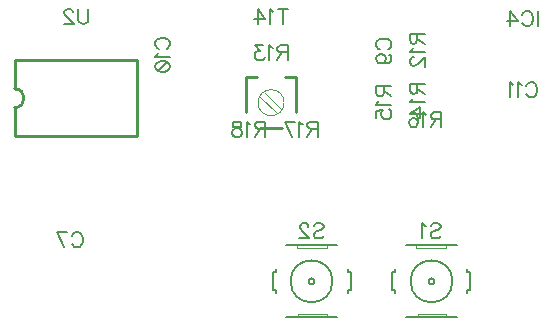
<source format=gbr>
G04 DipTrace 3.0.0.1*
G04 BottomSilk.gbr*
%MOIN*%
G04 #@! TF.FileFunction,Legend,Bot*
G04 #@! TF.Part,Single*
%ADD10C,0.009843*%
%ADD21C,0.004*%
%ADD23C,0.006*%
%ADD25C,0.002*%
%ADD27C,0.01*%
%ADD116C,0.00772*%
%FSLAX26Y26*%
G04*
G70*
G90*
G75*
G01*
G04 BotSilk*
%LPD*%
X2912901Y1687642D2*
D21*
G02X2912901Y1687642I43309J0D01*
G01*
X2871560Y1656154D2*
D27*
Y1772280D1*
X2908965D1*
X3003454D2*
X3040860D1*
Y1656154D1*
X2918804Y1603004D2*
X2993616D1*
X2975887Y1652209D2*
D21*
X2920772Y1707319D1*
X2989680Y1665980D2*
X2934565Y1721114D1*
X3421065Y1092118D2*
D23*
G02X3421065Y1092118I69993J0D01*
G01*
X3481043D2*
G02X3481043Y1092118I10015J0D01*
G01*
X3361049Y1062118D2*
X3371064D1*
X3361049D2*
Y1122118D1*
X3371064D2*
X3361049D1*
X3621066D2*
X3611051D1*
X3621066D2*
Y1062118D1*
X3611051D2*
X3621066D1*
X3541058Y1212118D2*
D25*
Y1202110D1*
X3441057D2*
X3541058D1*
X3441057D2*
Y1212118D1*
X3446046Y982126D2*
X3541058D1*
X3446046D2*
Y972118D1*
X3541058Y982126D2*
Y972118D1*
X3576055D2*
D23*
X3541058D1*
X3406061Y1212118D2*
X3441057D1*
X3541058D1*
X3576055D1*
X3541058Y972118D2*
X3446046D1*
X3406061D1*
X3371064Y1062118D2*
Y1052110D1*
Y1122118D2*
Y1132126D1*
X3611051Y1062118D2*
Y1052110D1*
Y1122118D2*
Y1132126D1*
X3021107Y1092118D2*
G02X3021107Y1092118I69993J0D01*
G01*
X3081085D2*
G02X3081085Y1092118I10015J0D01*
G01*
X2961091Y1062118D2*
X2971106D1*
X2961091D2*
Y1122118D1*
X2971106D2*
X2961091D1*
X3221108D2*
X3211093D1*
X3221108D2*
Y1062118D1*
X3211093D2*
X3221108D1*
X3141100Y1212118D2*
D25*
Y1202110D1*
X3041099D2*
X3141100D1*
X3041099D2*
Y1212118D1*
X3046088Y982126D2*
X3141100D1*
X3046088D2*
Y972118D1*
X3141100Y982126D2*
Y972118D1*
X3176097D2*
D23*
X3141100D1*
X3006103Y1212118D2*
X3041099D1*
X3141100D1*
X3176097D1*
X3141100Y972118D2*
X3046088D1*
X3006103D1*
X2971106Y1062118D2*
Y1052110D1*
Y1122118D2*
Y1132126D1*
X3211093Y1062118D2*
Y1052110D1*
Y1122118D2*
Y1132126D1*
X2101487Y1828586D2*
D10*
X2510933D1*
X2101487Y1576619D2*
X2510933D1*
Y1828586D2*
Y1576619D1*
X2101487Y1828586D2*
Y1734109D1*
Y1671095D2*
Y1576619D1*
Y1734109D2*
G02X2101487Y1671095I-21J-31507D01*
G01*
X2292261Y1243608D2*
D116*
X2294638Y1248361D1*
X2299446Y1253169D1*
X2304199Y1255546D1*
X2313761D1*
X2318569Y1253169D1*
X2323322Y1248361D1*
X2325754Y1243608D1*
X2328131Y1236423D1*
Y1224429D1*
X2325754Y1217299D1*
X2323322Y1212491D1*
X2318569Y1207738D1*
X2313761Y1205306D1*
X2304199D1*
X2299446Y1207738D1*
X2294638Y1212491D1*
X2292261Y1217299D1*
X2267260Y1205306D2*
X2243328Y1255491D1*
X2276822D1*
X3319093Y1865422D2*
X3314340Y1867798D1*
X3309532Y1872607D1*
X3307155Y1877360D1*
Y1886922D1*
X3309532Y1891730D1*
X3314340Y1896483D1*
X3319093Y1898915D1*
X3326278Y1901292D1*
X3338272D1*
X3345401Y1898915D1*
X3350210Y1896483D1*
X3354963Y1891730D1*
X3357395Y1886922D1*
Y1877360D1*
X3354963Y1872607D1*
X3350210Y1867798D1*
X3345401Y1865422D1*
X3323902Y1818866D2*
X3331087Y1821298D1*
X3335895Y1826051D1*
X3338272Y1833236D1*
Y1835613D1*
X3335895Y1842798D1*
X3331087Y1847551D1*
X3323902Y1849983D1*
X3321525D1*
X3314340Y1847551D1*
X3309587Y1842798D1*
X3307210Y1835613D1*
Y1833236D1*
X3309587Y1826051D1*
X3314340Y1821298D1*
X3323902Y1818866D1*
X3335895D1*
X3347833Y1821298D1*
X3355018Y1826051D1*
X3357395Y1833236D1*
Y1837989D1*
X3355018Y1845174D1*
X3350210Y1847551D1*
X2581671Y1867828D2*
X2576917Y1870204D1*
X2572109Y1875013D1*
X2569732Y1879766D1*
Y1889328D1*
X2572109Y1894136D1*
X2576917Y1898889D1*
X2581671Y1901321D1*
X2588856Y1903698D1*
X2600849D1*
X2607979Y1901321D1*
X2612787Y1898889D1*
X2617540Y1894136D1*
X2619972Y1889328D1*
Y1879766D1*
X2617540Y1875013D1*
X2612787Y1870204D1*
X2607979Y1867828D1*
X2579349Y1852389D2*
X2576917Y1847580D1*
X2569788Y1840395D1*
X2619972D1*
X2569788Y1810586D2*
X2572164Y1817771D1*
X2579349Y1822579D1*
X2591287Y1824956D1*
X2598473D1*
X2610411Y1822579D1*
X2617596Y1817771D1*
X2619972Y1810586D1*
Y1805833D1*
X2617596Y1798648D1*
X2610411Y1793894D1*
X2598472Y1791463D1*
X2591287D1*
X2579349Y1793894D1*
X2572164Y1798648D1*
X2569788Y1805833D1*
Y1810586D1*
X2579349Y1793894D2*
X2610411Y1822579D1*
X3807243Y1743878D2*
X3809620Y1748631D1*
X3814428Y1753440D1*
X3819181Y1755816D1*
X3828743D1*
X3833551Y1753440D1*
X3838305Y1748631D1*
X3840737Y1743878D1*
X3843113Y1736693D1*
Y1724700D1*
X3840737Y1717570D1*
X3838305Y1712761D1*
X3833551Y1708008D1*
X3828743Y1705576D1*
X3819181D1*
X3814428Y1708008D1*
X3809620Y1712761D1*
X3807243Y1717570D1*
X3791804Y1746199D2*
X3786995Y1748631D1*
X3779810Y1755761D1*
Y1705576D1*
X3764371Y1746199D2*
X3759563Y1748631D1*
X3752378Y1755761D1*
Y1705576D1*
X3845019Y1992854D2*
Y1942614D1*
X3793710Y1980916D2*
X3796087Y1985669D1*
X3800895Y1990478D1*
X3805648Y1992854D1*
X3815210D1*
X3820018Y1990478D1*
X3824771Y1985669D1*
X3827203Y1980916D1*
X3829580Y1973731D1*
Y1961738D1*
X3827203Y1954608D1*
X3824771Y1949799D1*
X3820018Y1945046D1*
X3815210Y1942614D1*
X3805648D1*
X3800895Y1945046D1*
X3796087Y1949799D1*
X3793710Y1954608D1*
X3754339Y1942614D2*
Y1992799D1*
X3778271Y1959361D1*
X3742401D1*
X3443218Y1917572D2*
Y1896073D1*
X3440786Y1888888D1*
X3438409Y1886456D1*
X3433656Y1884079D1*
X3428848D1*
X3424095Y1886456D1*
X3421663Y1888888D1*
X3419286Y1896073D1*
Y1917572D1*
X3469526D1*
X3443218Y1900826D2*
X3469526Y1884079D1*
X3428903Y1868640D2*
X3426471Y1863831D1*
X3419341Y1856646D1*
X3469526D1*
X3431280Y1838775D2*
X3428903D1*
X3424095Y1836399D1*
X3421718Y1834022D1*
X3419341Y1829214D1*
Y1819652D1*
X3421718Y1814899D1*
X3424095Y1812522D1*
X3428903Y1810090D1*
X3433656D1*
X3438465Y1812522D1*
X3445594Y1817275D1*
X3469526Y1841207D1*
Y1807714D1*
X3011139Y1855043D2*
X2989639D1*
X2982454Y1857475D1*
X2980023Y1859852D1*
X2977646Y1864605D1*
Y1869413D1*
X2980023Y1874167D1*
X2982454Y1876598D1*
X2989639Y1878975D1*
X3011139D1*
Y1828735D1*
X2994393Y1855043D2*
X2977646Y1828735D1*
X2962207Y1869358D2*
X2957398Y1871790D1*
X2950213Y1878920D1*
Y1828735D1*
X2929966Y1878920D2*
X2903713D1*
X2918027Y1859797D1*
X2910842D1*
X2906089Y1857420D1*
X2903713Y1855043D1*
X2901281Y1847858D1*
Y1843105D1*
X2903713Y1835920D1*
X2908466Y1831112D1*
X2915651Y1828735D1*
X2922836D1*
X2929966Y1831112D1*
X2932342Y1833543D1*
X2934774Y1838297D1*
X3443575Y1749776D2*
Y1728277D1*
X3441143Y1721092D1*
X3438766Y1718660D1*
X3434013Y1716283D1*
X3429205D1*
X3424452Y1718660D1*
X3422020Y1721092D1*
X3419643Y1728277D1*
Y1749776D1*
X3469883D1*
X3443575Y1733030D2*
X3469883Y1716283D1*
X3429260Y1700844D2*
X3426828Y1696035D1*
X3419698Y1688850D1*
X3469883D1*
Y1649479D2*
X3419698Y1649480D1*
X3453136Y1673411D1*
Y1637541D1*
X3331087Y1742150D2*
Y1720650D1*
X3328655Y1713465D1*
X3326278Y1711033D1*
X3321525Y1708657D1*
X3316717D1*
X3311963Y1711033D1*
X3309532Y1713465D1*
X3307155Y1720650D1*
Y1742150D1*
X3357395D1*
X3331087Y1725403D2*
X3357395Y1708656D1*
X3316772Y1693217D2*
X3314340Y1688409D1*
X3307210Y1681224D1*
X3357395D1*
X3307210Y1637100D2*
Y1660976D1*
X3328710Y1663353D1*
X3326333Y1660976D1*
X3323902Y1653791D1*
Y1646661D1*
X3326333Y1639476D1*
X3331087Y1634668D1*
X3338272Y1632291D1*
X3343025D1*
X3350210Y1634668D1*
X3355018Y1639476D1*
X3357395Y1646661D1*
Y1653791D1*
X3355018Y1660976D1*
X3352586Y1663353D1*
X3347833Y1665785D1*
X3522881Y1631572D2*
X3501382D1*
X3494196Y1634004D1*
X3491765Y1636381D1*
X3489388Y1641134D1*
Y1645942D1*
X3491765Y1650695D1*
X3494196Y1653127D1*
X3501382Y1655504D1*
X3522881D1*
Y1605264D1*
X3506135Y1631572D2*
X3489388Y1605264D1*
X3473949Y1645887D2*
X3469140Y1648319D1*
X3461955Y1655449D1*
Y1605264D1*
X3417831Y1648319D2*
X3420208Y1653072D1*
X3427393Y1655449D1*
X3432146D1*
X3439331Y1653072D1*
X3444139Y1645887D1*
X3446516Y1633949D1*
Y1622011D1*
X3444139Y1612449D1*
X3439331Y1607641D1*
X3432146Y1605264D1*
X3429769D1*
X3422640Y1607641D1*
X3417831Y1612449D1*
X3415455Y1619634D1*
Y1622011D1*
X3417831Y1629196D1*
X3422640Y1633949D1*
X3429769Y1636325D1*
X3432146D1*
X3439331Y1633949D1*
X3444139Y1629196D1*
X3446516Y1622011D1*
X3111139Y1600635D2*
X3089639D1*
X3082454Y1603067D1*
X3080023Y1605444D1*
X3077646Y1610197D1*
Y1615005D1*
X3080023Y1619758D1*
X3082454Y1622190D1*
X3089639Y1624567D1*
X3111139D1*
Y1574327D1*
X3094393Y1600635D2*
X3077646Y1574327D1*
X3062207Y1614950D2*
X3057398Y1617382D1*
X3050213Y1624512D1*
Y1574327D1*
X3025212D2*
X3001281Y1624512D1*
X3034774D1*
X2936112Y1600635D2*
X2914612D1*
X2907427Y1603067D1*
X2904995Y1605444D1*
X2902618Y1610197D1*
Y1615005D1*
X2904995Y1619758D1*
X2907427Y1622190D1*
X2914612Y1624567D1*
X2936112D1*
Y1574327D1*
X2919365Y1600635D2*
X2902618Y1574327D1*
X2887179Y1614950D2*
X2882371Y1617382D1*
X2875186Y1624512D1*
Y1574327D1*
X2847808Y1624512D2*
X2854938Y1622135D1*
X2857370Y1617382D1*
Y1612573D1*
X2854938Y1607820D1*
X2850185Y1605388D1*
X2840623Y1603012D1*
X2833438Y1600635D1*
X2828685Y1595827D1*
X2826308Y1591074D1*
Y1583889D1*
X2828685Y1579135D1*
X2831061Y1576703D1*
X2838247Y1574327D1*
X2847808D1*
X2854938Y1576703D1*
X2857370Y1579135D1*
X2859746Y1583889D1*
Y1591074D1*
X2857370Y1595827D1*
X2852561Y1600635D1*
X2845432Y1603012D1*
X2835870Y1605388D1*
X2831061Y1607820D1*
X2828685Y1612573D1*
Y1617382D1*
X2831061Y1622135D1*
X2838247Y1624512D1*
X2847808D1*
X3488027Y1278156D2*
X3492781Y1282965D1*
X3499966Y1285341D1*
X3509527D1*
X3516712Y1282965D1*
X3521521Y1278156D1*
Y1273403D1*
X3519089Y1268595D1*
X3516712Y1266218D1*
X3511959Y1263841D1*
X3497589Y1259033D1*
X3492781Y1256656D1*
X3490404Y1254224D1*
X3488027Y1249471D1*
Y1242286D1*
X3492781Y1237533D1*
X3499966Y1235101D1*
X3509527D1*
X3516712Y1237533D1*
X3521521Y1242286D1*
X3472588Y1275724D2*
X3467780Y1278156D1*
X3460595Y1285286D1*
Y1235101D1*
X3098819Y1278156D2*
X3103573Y1282965D1*
X3110758Y1285341D1*
X3120319D1*
X3127504Y1282965D1*
X3132313Y1278156D1*
Y1273403D1*
X3129881Y1268595D1*
X3127504Y1266218D1*
X3122751Y1263841D1*
X3108381Y1259033D1*
X3103573Y1256656D1*
X3101196Y1254224D1*
X3098819Y1249471D1*
Y1242286D1*
X3103573Y1237533D1*
X3110758Y1235101D1*
X3120319D1*
X3127504Y1237533D1*
X3132313Y1242286D1*
X3080948Y1273348D2*
Y1275724D1*
X3078572Y1280533D1*
X3076195Y1282909D1*
X3071387Y1285286D1*
X3061825D1*
X3057072Y1282909D1*
X3054695Y1280533D1*
X3052263Y1275724D1*
Y1270971D1*
X3054695Y1266163D1*
X3059448Y1259033D1*
X3083380Y1235101D1*
X3049887D1*
X2995560Y1998761D2*
Y1948521D1*
X3012307Y1998761D2*
X2978813D1*
X2963374Y1989144D2*
X2958566Y1991576D1*
X2951381Y1998706D1*
Y1948521D1*
X2912010D2*
Y1998706D1*
X2935941Y1965268D1*
X2900071D1*
X2347423Y2000235D2*
Y1964365D1*
X2345046Y1957180D1*
X2340238Y1952427D1*
X2333053Y1949995D1*
X2328300D1*
X2321115Y1952427D1*
X2316306Y1957180D1*
X2313930Y1964365D1*
Y2000235D1*
X2296058Y1988241D2*
Y1990618D1*
X2293682Y1995426D1*
X2291305Y1997803D1*
X2286497Y2000180D1*
X2276935D1*
X2272182Y1997803D1*
X2269805Y1995426D1*
X2267374Y1990618D1*
Y1985865D1*
X2269805Y1981056D1*
X2274559Y1973927D1*
X2298490Y1949995D1*
X2264997D1*
M02*

</source>
